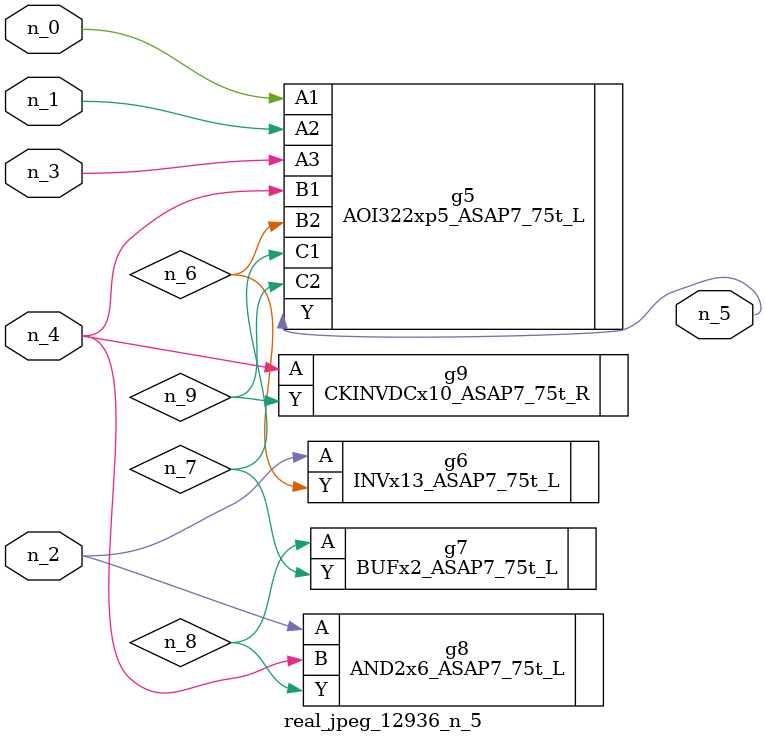
<source format=v>
module real_jpeg_12936_n_5 (n_4, n_0, n_1, n_2, n_3, n_5);

input n_4;
input n_0;
input n_1;
input n_2;
input n_3;

output n_5;

wire n_8;
wire n_6;
wire n_7;
wire n_9;

AOI322xp5_ASAP7_75t_L g5 ( 
.A1(n_0),
.A2(n_1),
.A3(n_3),
.B1(n_4),
.B2(n_6),
.C1(n_7),
.C2(n_9),
.Y(n_5)
);

INVx13_ASAP7_75t_L g6 ( 
.A(n_2),
.Y(n_6)
);

AND2x6_ASAP7_75t_L g8 ( 
.A(n_2),
.B(n_4),
.Y(n_8)
);

CKINVDCx10_ASAP7_75t_R g9 ( 
.A(n_4),
.Y(n_9)
);

BUFx2_ASAP7_75t_L g7 ( 
.A(n_8),
.Y(n_7)
);


endmodule
</source>
